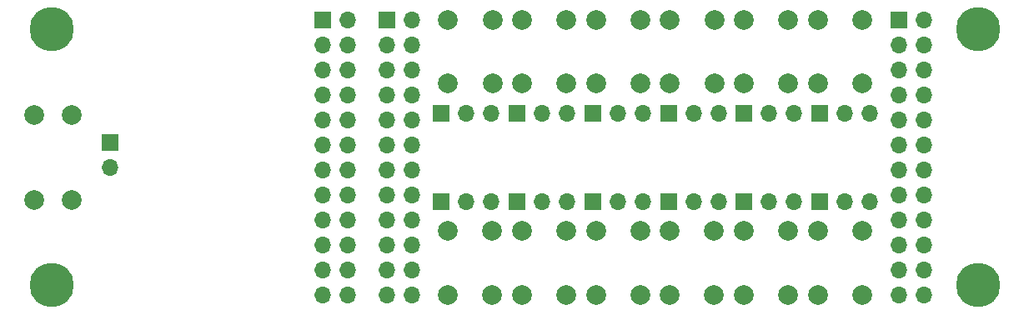
<source format=gbr>
%TF.GenerationSoftware,KiCad,Pcbnew,7.0.6*%
%TF.CreationDate,2023-08-04T15:36:24+02:00*%
%TF.ProjectId,Debug_BreakBoard,44656275-675f-4427-9265-616b426f6172,rev?*%
%TF.SameCoordinates,Original*%
%TF.FileFunction,Soldermask,Bot*%
%TF.FilePolarity,Negative*%
%FSLAX46Y46*%
G04 Gerber Fmt 4.6, Leading zero omitted, Abs format (unit mm)*
G04 Created by KiCad (PCBNEW 7.0.6) date 2023-08-04 15:36:24*
%MOMM*%
%LPD*%
G01*
G04 APERTURE LIST*
%ADD10R,1.700000X1.700000*%
%ADD11O,1.700000X1.700000*%
%ADD12C,4.500000*%
%ADD13C,2.000000*%
%ADD14C,2.010000*%
G04 APERTURE END LIST*
D10*
%TO.C,J16*%
X177975000Y-58500000D03*
D11*
X180515000Y-58500000D03*
X183055000Y-58500000D03*
%TD*%
D10*
%TO.C,J15*%
X170280000Y-58500000D03*
D11*
X172820000Y-58500000D03*
X175360000Y-58500000D03*
%TD*%
D10*
%TO.C,J14*%
X162585000Y-58500000D03*
D11*
X165125000Y-58500000D03*
X167665000Y-58500000D03*
%TD*%
D10*
%TO.C,J13*%
X154890000Y-58500000D03*
D11*
X157430000Y-58500000D03*
X159970000Y-58500000D03*
%TD*%
D10*
%TO.C,J12*%
X147195000Y-58500000D03*
D11*
X149735000Y-58500000D03*
X152275000Y-58500000D03*
%TD*%
%TO.C,J11*%
X144580000Y-58500000D03*
X142040000Y-58500000D03*
D10*
X139500000Y-58500000D03*
%TD*%
%TO.C,J10*%
X177975000Y-67500000D03*
D11*
X180515000Y-67500000D03*
X183055000Y-67500000D03*
%TD*%
D10*
%TO.C,J9*%
X170280000Y-67500000D03*
D11*
X172820000Y-67500000D03*
X175360000Y-67500000D03*
%TD*%
D10*
%TO.C,J8*%
X134000000Y-49000000D03*
D11*
X136540000Y-49000000D03*
X134000000Y-51540000D03*
X136540000Y-51540000D03*
X134000000Y-54080000D03*
X136540000Y-54080000D03*
X134000000Y-56620000D03*
X136540000Y-56620000D03*
X134000000Y-59160000D03*
X136540000Y-59160000D03*
X134000000Y-61700000D03*
X136540000Y-61700000D03*
X134000000Y-64240000D03*
X136540000Y-64240000D03*
X134000000Y-66780000D03*
X136540000Y-66780000D03*
X134000000Y-69320000D03*
X136540000Y-69320000D03*
X134000000Y-71860000D03*
X136540000Y-71860000D03*
X134000000Y-74400000D03*
X136540000Y-74400000D03*
X134000000Y-76940000D03*
X136540000Y-76940000D03*
%TD*%
D10*
%TO.C,J7*%
X162585000Y-67500000D03*
D11*
X165125000Y-67500000D03*
X167665000Y-67500000D03*
%TD*%
D10*
%TO.C,J6*%
X154890000Y-67500000D03*
D11*
X157430000Y-67500000D03*
X159970000Y-67500000D03*
%TD*%
D10*
%TO.C,J5*%
X147195000Y-67500000D03*
D11*
X149735000Y-67500000D03*
X152275000Y-67500000D03*
%TD*%
D10*
%TO.C,J4*%
X127470000Y-49000000D03*
D11*
X130010000Y-49000000D03*
X127470000Y-51540000D03*
X130010000Y-51540000D03*
X127470000Y-54080000D03*
X130010000Y-54080000D03*
X127470000Y-56620000D03*
X130010000Y-56620000D03*
X127470000Y-59160000D03*
X130010000Y-59160000D03*
X127470000Y-61700000D03*
X130010000Y-61700000D03*
X127470000Y-64240000D03*
X130010000Y-64240000D03*
X127470000Y-66780000D03*
X130010000Y-66780000D03*
X127470000Y-69320000D03*
X130010000Y-69320000D03*
X127470000Y-71860000D03*
X130010000Y-71860000D03*
X127470000Y-74400000D03*
X130010000Y-74400000D03*
X127470000Y-76940000D03*
X130010000Y-76940000D03*
%TD*%
%TO.C,J3*%
X144580000Y-67500000D03*
X142040000Y-67500000D03*
D10*
X139500000Y-67500000D03*
%TD*%
%TO.C,J2*%
X186000000Y-49000000D03*
D11*
X188540000Y-49000000D03*
X186000000Y-51540000D03*
X188540000Y-51540000D03*
X186000000Y-54080000D03*
X188540000Y-54080000D03*
X186000000Y-56620000D03*
X188540000Y-56620000D03*
X186000000Y-59160000D03*
X188540000Y-59160000D03*
X186000000Y-61700000D03*
X188540000Y-61700000D03*
X186000000Y-64240000D03*
X188540000Y-64240000D03*
X186000000Y-66780000D03*
X188540000Y-66780000D03*
X186000000Y-69320000D03*
X188540000Y-69320000D03*
X186000000Y-71860000D03*
X188540000Y-71860000D03*
X186000000Y-74400000D03*
X188540000Y-74400000D03*
X186000000Y-76940000D03*
X188540000Y-76940000D03*
%TD*%
D12*
%TO.C,H2*%
X100000000Y-76000000D03*
%TD*%
D13*
%TO.C,SW8*%
X147726000Y-55500000D03*
X147726000Y-49000000D03*
X152226000Y-55500000D03*
X152226000Y-49000000D03*
%TD*%
D12*
%TO.C,H1*%
X100000000Y-50000000D03*
%TD*%
D13*
%TO.C,SW4*%
X162730000Y-77000000D03*
X162730000Y-70500000D03*
X167230000Y-77000000D03*
X167230000Y-70500000D03*
%TD*%
%TO.C,SW5*%
X170240000Y-77000000D03*
X170240000Y-70500000D03*
X174740000Y-77000000D03*
X174740000Y-70500000D03*
%TD*%
%TO.C,SW7*%
X140220000Y-55500000D03*
X140220000Y-49000000D03*
X144720000Y-55500000D03*
X144720000Y-49000000D03*
%TD*%
%TO.C,SW6*%
X177750000Y-77000000D03*
X177750000Y-70500000D03*
X182250000Y-77000000D03*
X182250000Y-70500000D03*
%TD*%
D10*
%TO.C,J17*%
X105900000Y-61460000D03*
D11*
X105900000Y-64000000D03*
%TD*%
D13*
%TO.C,SW3*%
X155220000Y-77000000D03*
X155220000Y-70500000D03*
X159720000Y-77000000D03*
X159720000Y-70500000D03*
%TD*%
%TO.C,SW10*%
X162738000Y-55500000D03*
X162738000Y-49000000D03*
X167238000Y-55500000D03*
X167238000Y-49000000D03*
%TD*%
D12*
%TO.C,H4*%
X194000000Y-76000000D03*
%TD*%
D13*
%TO.C,SW12*%
X177750000Y-55500000D03*
X177750000Y-49000000D03*
X182250000Y-55500000D03*
X182250000Y-49000000D03*
%TD*%
D12*
%TO.C,H3*%
X194000000Y-50000000D03*
%TD*%
D13*
%TO.C,SW1*%
X140200000Y-77000000D03*
X140200000Y-70500000D03*
X144700000Y-77000000D03*
X144700000Y-70500000D03*
%TD*%
%TO.C,SW2*%
X147710000Y-77000000D03*
X147710000Y-70500000D03*
X152210000Y-77000000D03*
X152210000Y-70500000D03*
%TD*%
D14*
%TO.C,P1*%
X102000000Y-58680000D03*
X98200000Y-58680000D03*
X102000000Y-67320000D03*
X98200000Y-67320000D03*
%TD*%
D13*
%TO.C,SW11*%
X170244000Y-55500000D03*
X170244000Y-49000000D03*
X174744000Y-55500000D03*
X174744000Y-49000000D03*
%TD*%
%TO.C,SW9*%
X155232000Y-55500000D03*
X155232000Y-49000000D03*
X159732000Y-55500000D03*
X159732000Y-49000000D03*
%TD*%
M02*

</source>
